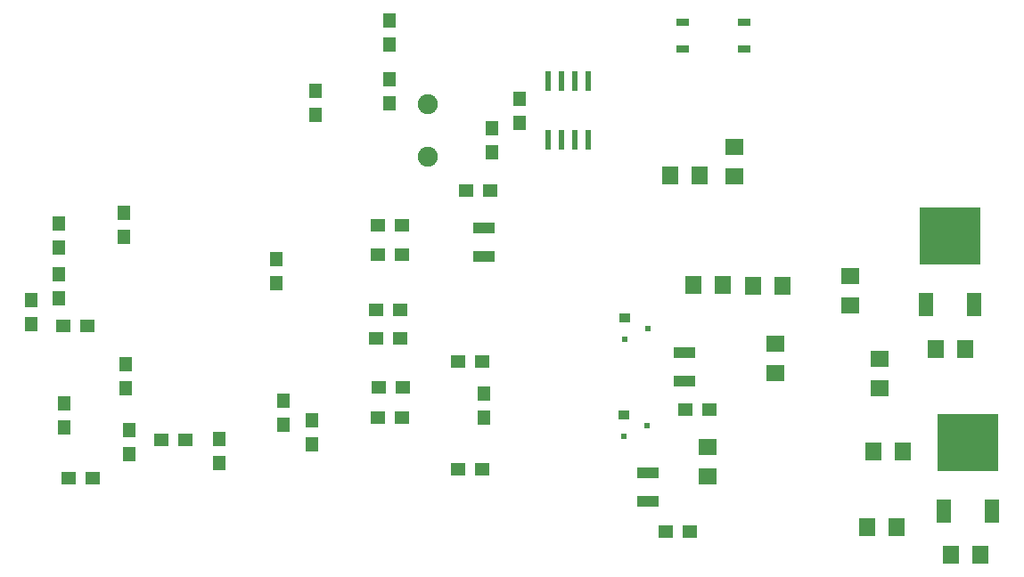
<source format=gbr>
%FSLAX35Y35*%
%MOIN*%
G04 EasyPC Gerber Version 18.0.8 Build 3632 *
%ADD130R,0.02100X0.07600*%
%ADD123R,0.05100X0.05600*%
%ADD127R,0.05500X0.08700*%
%ADD121R,0.05900X0.06690*%
%ADD131C,0.07474*%
%ADD124R,0.01962X0.01962*%
%ADD129R,0.05000X0.02500*%
%ADD125R,0.04400X0.03600*%
%ADD126R,0.08300X0.04200*%
%ADD120R,0.05600X0.05100*%
%ADD122R,0.06690X0.05900*%
%ADD128R,0.22800X0.21800*%
X0Y0D02*
D02*
D120*
X35136Y105762D03*
X37104Y48675D03*
X44136Y105762D03*
X46104Y48675D03*
X71750Y63242D03*
X80750D03*
X152065Y101037D03*
Y111667D03*
X152852Y71510D03*
Y132533D03*
Y143557D03*
X153246Y82927D03*
X161065Y101037D03*
Y111667D03*
X161852Y71510D03*
Y132533D03*
Y143557D03*
X162246Y82927D03*
X182774Y52219D03*
Y92376D03*
X185923Y156549D03*
X191774Y52219D03*
Y92376D03*
X194923Y156549D03*
X260333Y28990D03*
X267813Y74659D03*
X269333Y28990D03*
X276813Y74659D03*
D02*
D121*
X262089Y162061D03*
X270750Y121116D03*
X273089Y162061D03*
X281750Y121116D03*
X293191Y120722D03*
X304191D03*
X335711Y30565D03*
X338073Y58911D03*
X346711Y30565D03*
X349073Y58911D03*
X361301Y97100D03*
X367207Y20329D03*
X372301Y97100D03*
X378207Y20329D03*
D02*
D122*
X276250Y49474D03*
Y60474D03*
X286093Y161679D03*
Y172679D03*
X301447Y88057D03*
Y99057D03*
X329400Y113648D03*
Y124648D03*
X340423Y82545D03*
Y93545D03*
D02*
D123*
X23100Y106380D03*
Y115380D03*
X33337Y116222D03*
Y125222D03*
Y135120D03*
Y144120D03*
X35305Y67797D03*
Y76797D03*
X57746Y139057D03*
Y148057D03*
X58533Y82364D03*
Y91364D03*
X59715Y57955D03*
Y66955D03*
X93573Y54411D03*
Y63411D03*
X114833Y121734D03*
Y130734D03*
X117589Y68978D03*
Y77978D03*
X128219Y61498D03*
Y70498D03*
X129400Y184726D03*
Y193726D03*
X156959Y189057D03*
Y198057D03*
Y211104D03*
Y220104D03*
X192392Y71341D03*
Y80341D03*
X195541Y170947D03*
Y179947D03*
X205778Y181970D03*
Y190970D03*
D02*
D124*
X244785Y64360D03*
X245178Y100974D03*
X253485Y68360D03*
X253878Y104974D03*
D02*
D125*
X244785Y72360D03*
X245178Y108974D03*
D02*
D126*
X192392Y131958D03*
Y142558D03*
X253809Y40226D03*
Y50826D03*
X267589Y85107D03*
Y95707D03*
D02*
D127*
X357648Y113692D03*
X364498Y36487D03*
X375640Y113692D03*
X382490Y36487D03*
D02*
D128*
X366644Y139392D03*
X373494Y62187D03*
D02*
D129*
X266719Y209423D03*
Y219423D03*
X289719Y209423D03*
Y219423D03*
D02*
D130*
X216388Y175470D03*
Y197470D03*
X221388Y175470D03*
Y197470D03*
X226388Y175470D03*
Y197470D03*
X231388Y175470D03*
Y197470D03*
D02*
D131*
X171526Y169148D03*
Y188833D03*
X0Y0D02*
M02*

</source>
